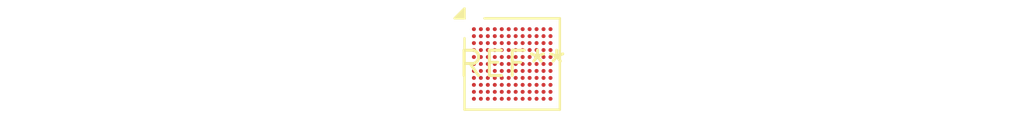
<source format=kicad_pcb>
(kicad_pcb (version 20240108) (generator pcbnew)
  (layers (0 "F.Cu" signal) (31 "B.Cu" signal) (34 "B.Paste" user) (35 "F.Paste" user) (36 "B.SilkS" user "B.Silkscreen") (37 "F.SilkS" user "F.Silkscreen") (38 "B.Mask" user) (39 "F.Mask" user) (44 "Edge.Cuts" user))
  (net 0 "")
  (footprint "ST_WLCSP-132_4.57x4.37mm_Layout12x11_P0.35mm" (layer "F.Cu") (at 0 0)
    (property "Reference" "REF**")
    (property "Value" "ST_WLCSP-132_4.57x4.37mm_Layout12x11_P0.35mm")
    (fp_line (start -2.395 2.295) (end -2.395 -1.295) (layer "F.SilkS") (stroke (width 0.12)))
    (fp_line (start -1.395 -2.295) (end 2.395 -2.295) (layer "F.SilkS") (stroke (width 0.12)))
    (fp_line (start 2.395 -2.295) (end 2.395 2.295) (layer "F.SilkS") (stroke (width 0.12)))
    (fp_line (start 2.395 2.295) (end -2.395 2.295) (layer "F.SilkS") (stroke (width 0.12)))
    (fp_poly (pts (xy -2.395 -2.295) (xy -2.895 -2.295) (xy -2.395 -2.795) (xy -2.395 -2.295)) (layer "F.SilkS") (stroke (width 0.12)) (fill solid))
    (pad "A1" smd circle (at -1.925 -1.75) (size 0.2 0.2) (property pad_prop_bga) (layers "F.Cu" "F.Paste" "F.Mask"))
    (pad "A2" smd circle (at -1.575 -1.75) (size 0.2 0.2) (property pad_prop_bga) (layers "F.Cu" "F.Paste" "F.Mask"))
    (pad "A3" smd circle (at -1.225 -1.75) (size 0.2 0.2) (property pad_prop_bga) (layers "F.Cu" "F.Paste" "F.Mask"))
    (pad "A4" smd circle (at -0.875 -1.75) (size 0.2 0.2) (property pad_prop_bga) (layers "F.Cu" "F.Paste" "F.Mask"))
    (pad "A5" smd circle (at -0.525 -1.75) (size 0.2 0.2) (property pad_prop_bga) (layers "F.Cu" "F.Paste" "F.Mask"))
    (pad "A6" smd circle (at -0.175 -1.75) (size 0.2 0.2) (property pad_prop_bga) (layers "F.Cu" "F.Paste" "F.Mask"))
    (pad "A7" smd circle (at 0.175 -1.75) (size 0.2 0.2) (property pad_prop_bga) (layers "F.Cu" "F.Paste" "F.Mask"))
    (pad "A8" smd circle (at 0.525 -1.75) (size 0.2 0.2) (property pad_prop_bga) (layers "F.Cu" "F.Paste" "F.Mask"))
    (pad "A9" smd circle (at 0.875 -1.75) (size 0.2 0.2) (property pad_prop_bga) (layers "F.Cu" "F.Paste" "F.Mask"))
    (pad "A10" smd circle (at 1.225 -1.75) (size 0.2 0.2) (property pad_prop_bga) (layers "F.Cu" "F.Paste" "F.Mask"))
    (pad "A11" smd circle (at 1.575 -1.75) (size 0.2 0.2) (property pad_prop_bga) (layers "F.Cu" "F.Paste" "F.Mask"))
    (pad "A12" smd circle (at 1.925 -1.75) (size 0.2 0.2) (property pad_prop_bga) (layers "F.Cu" "F.Paste" "F.Mask"))
    (pad "B1" smd circle (at -1.925 -1.4) (size 0.2 0.2) (property pad_prop_bga) (layers "F.Cu" "F.Paste" "F.Mask"))
    (pad "B2" smd circle (at -1.575 -1.4) (size 0.2 0.2) (property pad_prop_bga) (layers "F.Cu" "F.Paste" "F.Mask"))
    (pad "B3" smd circle (at -1.225 -1.4) (size 0.2 0.2) (property pad_prop_bga) (layers "F.Cu" "F.Paste" "F.Mask"))
    (pad "B4" smd circle (at -0.875 -1.4) (size 0.2 0.2) (property pad_prop_bga) (layers "F.Cu" "F.Paste" "F.Mask"))
    (pad "B5" smd circle (at -0.525 -1.4) (size 0.2 0.2) (property pad_prop_bga) (layers "F.Cu" "F.Paste" "F.Mask"))
    (pad "B6" smd circle (at -0.175 -1.4) (size 0.2 0.2) (property pad_prop_bga) (layers "F.Cu" "F.Paste" "F.Mask"))
    (pad "B7" smd circle (at 0.175 -1.4) (size 0.2 0.2) (property pad_prop_bga) (layers "F.Cu" "F.Paste" "F.Mask"))
    (pad "B8" smd circle (at 0.525 -1.4) (size 0.2 0.2) (property pad_prop_bga) (layers "F.Cu" "F.Paste" "F.Mask"))
    (pad "B9" smd circle (at 0.875 -1.4) (size 0.2 0.2) (property pad_prop_bga) (layers "F.Cu" "F.Paste" "F.Mask"))
    (pad "B10" smd circle (at 1.225 -1.4) (size 0.2 0.2) (property pad_prop_bga) (layers "F.Cu" "F.Paste" "F.Mask"))
    (pad "B11" smd circle (at 1.575 -1.4) (size 0.2 0.2) (property pad_prop_bga) (layers "F.Cu" "F.Paste" "F.Mask"))
    (pad "B12" smd circle (at 1.925 -1.4) (size 0.2 0.2) (property pad_prop_bga) (layers "F.Cu" "F.Paste" "F.Mask"))
    (pad "C1" smd circle (at -1.925 -1.05) (size 0.2 0.2) (property pad_prop_bga) (layers "F.Cu" "F.Paste" "F.Mask"))
    (pad "C2" smd circle (at -1.575 -1.05) (size 0.2 0.2) (property pad_prop_bga) (layers "F.Cu" "F.Paste" "F.Mask"))
    (pad "C3" smd circle (at -1.225 -1.05) (size 0.2 0.2) (property pad_prop_bga) (layers "F.Cu" "F.Paste" "F.Mask"))
    (pad "C4" smd circle (at -0.875 -1.05) (size 0.2 0.2) (property pad_prop_bga) (layers "F.Cu" "F.Paste" "F.Mask"))
    (pad "C5" smd circle (at -0.525 -1.05) (size 0.2 0.2) (property pad_prop_bga) (layers "F.Cu" "F.Paste" "F.Mask"))
    (pad "C6" smd circle (at -0.175 -1.05) (size 0.2 0.2) (property pad_prop_bga) (layers "F.Cu" "F.Paste" "F.Mask"))
    (pad "C7" smd circle (at 0.175 -1.05) (size 0.2 0.2) (property pad_prop_bga) (layers "F.Cu" "F.Paste" "F.Mask"))
    (pad "C8" smd circle (at 0.525 -1.05) (size 0.2 0.2) (property pad_prop_bga) (layers "F.Cu" "F.Paste" "F.Mask"))
    (pad "C9" smd circle (at 0.875 -1.05) (size 0.2 0.2) (property pad_prop_bga) (layers "F.Cu" "F.Paste" "F.Mask"))
    (pad "C10" smd circle (at 1.225 -1.05) (size 0.2 0.2) (property pad_prop_bga) (layers "F.Cu" "F.Paste" "F.Mask"))
    (pad "C11" smd circle (at 1.575 -1.05) (size 0.2 0.2) (property pad_prop_bga) (layers "F.Cu" "F.Paste" "F.Mask"))
    (pad "C12" smd circle (at 1.925 -1.05) (size 0.2 0.2) (property pad_prop_bga) (layers "F.Cu" "F.Paste" "F.Mask"))
    (pad "D1" smd circle (at -1.925 -0.7) (size 0.2 0.2) (property pad_prop_bga) (layers "F.Cu" "F.Paste" "F.Mask"))
    (pad "D2" smd circle (at -1.575 -0.7) (size 0.2 0.2) (property pad_prop_bga) (layers "F.Cu" "F.Paste" "F.Mask"))
    (pad "D3" smd circle (at -1.225 -0.7) (size 0.2 0.2) (property pad_prop_bga) (layers "F.Cu" "F.Paste" "F.Mask"))
    (pad "D4" smd circle (at -0.875 -0.7) (size 0.2 0.2) (property pad_prop_bga) (layers "F.Cu" "F.Paste" "F.Mask"))
    (pad "D5" smd circle (at -0.525 -0.7) (size 0.2 0.2) (property pad_prop_bga) (layers "F.Cu" "F.Paste" "F.Mask"))
    (pad "D6" smd circle (at -0.175 -0.7) (size 0.2 0.2) (property pad_prop_bga) (layers "F.Cu" "F.Paste" "F.Mask"))
    (pad "D7" smd circle (at 0.175 -0.7) (size 0.2 0.2) (property pad_prop_bga) (layers "F.Cu" "F.Paste" "F.Mask"))
    (pad "D8" smd circle (at 0.525 -0.7) (size 0.2 0.2) (property pad_prop_bga) (layers "F.Cu" "F.Paste" "F.Mask"))
    (pad "D9" smd circle (at 0.875 -0.7) (size 0.2 0.2) (property pad_prop_bga) (layers "F.Cu" "F.Paste" "F.Mask"))
    (pad "D10" smd circle (at 1.225 -0.7) (size 0.2 0.2) (property pad_prop_bga) (layers "F.Cu" "F.Paste" "F.Mask"))
    (pad "D11" smd circle (at 1.575 -0.7) (size 0.2 0.2) (property pad_prop_bga) (layers "F.Cu" "F.Paste" "F.Mask"))
    (pad "D12" smd circle (at 1.925 -0.7) (size 0.2 0.2) (property pad_prop_bga) (layers "F.Cu" "F.Paste" "F.Mask"))
    (pad "E1" smd circle (at -1.925 -0.35) (size 0.2 0.2) (property pad_prop_bga) (layers "F.Cu" "F.Paste" "F.Mask"))
    (pad "E2" smd circle (at -1.575 -0.35) (size 0.2 0.2) (property pad_prop_bga) (layers "F.Cu" "F.Paste" "F.Mask"))
    (pad "E3" smd circle (at -1.225 -0.35) (size 0.2 0.2) (property pad_prop_bga) (layers "F.Cu" "F.Paste" "F.Mask"))
    (pad "E4" smd circle (at -0.875 -0.35) (size 0.2 0.2) (property pad_prop_bga) (layers "F.Cu" "F.Paste" "F.Mask"))
    (pad "E5" smd circle (at -0.525 -0.35) (size 0.2 0.2) (property pad_prop_bga) (layers "F.Cu" "F.Paste" "F.Mask"))
    (pad "E6" smd circle (at -0.175 -0.35) (size 0.2 0.2) (property pad_prop_bga) (layers "F.Cu" "F.Paste" "F.Mask"))
    (pad "E7" smd circle (at 0.175 -0.35) (size 0.2 0.2) (property pad_prop_bga) (layers "F.Cu" "F.Paste" "F.Mask"))
    (pad "E8" smd circle (at 0.525 -0.35) (size 0.2 0.2) (property pad_prop_bga) (layers "F.Cu" "F.Paste" "F.Mask"))
    (pad "E9" smd circle (at 0.875 -0.35) (size 0.2 0.2) (property pad_prop_bga) (layers "F.Cu" "F.Paste" "F.Mask"))
    (pad "E10" smd circle (at 1.225 -0.35) (size 0.2 0.2) (property pad_prop_bga) (layers "F.Cu" "F.Paste" "F.Mask"))
    (pad "E11" smd circle (at 1.575 -0.35) (size 0.2 0.2) (property pad_prop_bga) (layers "F.Cu" "F.Paste" "F.Mask"))
    (pad "E12" smd circle (at 1.925 -0.35) (size 0.2 0.2) (property pad_prop_bga) (layers "F.Cu" "F.Paste" "F.Mask"))
    (pad "F1" smd circle (at -1.925 0) (size 0.2 0.2) (property pad_prop_bga) (layers "F.Cu" "F.Paste" "F.Mask"))
    (pad "F2" smd circle (at -1.575 0) (size 0.2 0.2) (property pad_prop_bga) (layers "F.Cu" "F.Paste" "F.Mask"))
    (pad "F3" smd circle (at -1.225 0) (size 0.2 0.2) (property pad_prop_bga) (layers "F.Cu" "F.Paste" "F.Mask"))
    (pad "F4" smd circle (at -0.875 0) (size 0.2 0.2) (property pad_prop_bga) (layers "F.Cu" "F.Paste" "F.Mask"))
    (pad "F5" smd circle (at -0.525 0) (size 0.2 0.2) (property pad_prop_bga) (layers "F.Cu" "F.Paste" "F.Mask"))
    (pad "F6" smd circle (at -0.175 0) (size 0.2 0.2) (property pad_prop_bga) (layers "F.Cu" "F.Paste" "F.Mask"))
    (pad "F7" smd circle (at 0.175 0) (size 0.2 0.2) (property pad_prop_bga) (layers "F.Cu" "F.Paste" "F.Mask"))
    (pad "F8" smd circle (at 0.525 0) (size 0.2 0.2) (property pad_prop_bga) (layers "F.Cu" "F.Paste" "F.Mask"))
    (pad "F9" smd circle (at 0.875 0) (size 0.2 0.2) (property pad_prop_bga) (layers "F.Cu" "F.Paste" "F.Mask"))
    (pad "F10" smd circle (at 1.225 0) (size 0.2 0.2) (property pad_prop_bga) (layers "F.Cu" "F.Paste" "F.Mask"))
    (pad "F11" smd circle (at 1.575 0) (size 0.2 0.2) (property pad_prop_bga) (layers "F.Cu" "F.Paste" "F.Mask"))
    (pad "F12" smd circle (at 1.925 0) (size 0.2 0.2) (property pad_prop_bga) (layers "F.Cu" "F.Paste" "F.Mask"))
    (pad "G1" smd circle (at -1.925 0.35) (size 0.2 0.2) (property pad_prop_bga) (layers "F.Cu" "F.Paste" "F.Mask"))
    (pad "G2" smd circle (at -1.575 0.35) (size 0.2 0.2) (property pad_prop_bga) (layers "F.Cu" "F.Paste" "F.Mask"))
    (pad "G3" smd circle (at -1.225 0.35) (size 0.2 0.2) (property pad_prop_bga) (layers "F.Cu" "F.Paste" "F.Mask"))
    (pad "G4" smd circle (at -0.875 0.35) (size 0.2 0.2) (property pad_prop_bga) (layers "F.Cu" "F.Paste" "F.Mask"))
    (pad "G5" smd circle (at -0.525 0.35) (size 0.2 0.2) (property pad_prop_bga) (layers "F.Cu" "F.Paste" "F.Mask"))
    (pad "G6" smd circle (at -0.175 0.35) (size 0.2 0.2) (property pad_prop_bga) (layers "F.Cu" "F.Paste" "F.Mask"))
    (pad "G7" smd circle (at 0.175 0.35) (size 0.2 0.2) (property pad_prop_bga) (layers "F.Cu" "F.Paste" "F.Mask"))
    (pad "G8" smd circle (at 0.525 0.35) (size 0.2 0.2) (property pad_prop_bga) (layers "F.Cu" "F.Paste" "F.Mask"))
    (pad "G9" smd circle (at 0.875 0.35) (size 0.2 0.2) (property pad_prop_bga) (layers "F.Cu" "F.Paste" "F.Mask"))
    (pad "G10" smd circle (at 1.225 0.35) (size 0.2 0.2) (property pad_prop_bga) (layers "F.Cu" "F.Paste" "F.Mask"))
    (pad "G11" smd circle (at 1.575 0.35) (size 0.2 0.2) (property pad_prop_bga) (layers "F.Cu" "F.Paste" "F.Mask"))
    (pad "G12" smd circle (at 1.925 0.35) (size 0.2 0.2) (property pad_prop_bga) (layers "F.Cu" "F.Paste" "F.Mask"))
    (pad "H1" smd circle (at -1.925 0.7) (size 0.2 0.2) (property pad_prop_bga) (layers "F.Cu" "F.Paste" "F.Mask"))
    (pad "H2" smd circle (at -1.575 0.7) (size 0.2 0.2) (property pad_prop_bga) (layers "F.Cu" "F.Paste" "F.Mask"))
    (pad "H3" smd circle (at -1.225 0.7) (size 0.2 0.2) (property pad_prop_bga) (layers "F.Cu" "F.Paste" "F.Mask"))
    (pad "H4" smd circle (at -0.875 0.7) (size 0.2 0.2) (property pad_prop_bga) (layers "F.Cu" "F.Paste" "F.Mask"))
    (pad "H5" smd circle (at -0.525 0.7) (size 0.2 0.2) (property pad_prop_bga) (layers "F.Cu" "F.Paste" "F.Mask"))
    (pad "H6" smd circle (at -0.175 0.7) (size 0.2 0.2) (property pad_prop_bga) (layers "F.Cu" "F.Paste" "F.Mask"))
    (pad "H7" smd circle (at 0.175 0.7) (size 0.2 0.2) (property pad_prop_bga) (layers "F.Cu" "F.Paste" "F.Mask"))
    (pad "H8" smd circle (at 0.525 0.7) (size 0.2 0.2) (property pad_prop_bga) (layers "F.Cu" "F.Paste" "F.Mask"))
    (pad "H9" smd circle (at 0.875 0.7) (size 0.2 0.2) (property pad_prop_bga) (layers "F.Cu" "F.Paste" "F.Mask"))
    (pad "H10" smd circle (at 1.225 0.7) (size 0.2 0.2) (property pad_prop_bga) (layers "F.Cu" "F.Paste" "F.Mask"))
    (pad "H11" smd circle (at 1.575 0.7) (size 0.2 0.2) (property pad_prop_bga) (layers "F.Cu" "F.Paste" "F.Mask"))
    (pad "H12" smd circle (at 1.925 0.7) (size 0.2 0.2) (property pad_prop_bga) (layers "F.Cu" "F.Paste" "F.Mask"))
    (pad "J1" smd circle (at -1.925 1.05) (size 0.2 0.2) (property pad_prop_bga) (layers "F.Cu" "F.Paste" "F.Mask"))
    (pad "J2" smd circle (at -1.575 1.05) (size 0.2 0.2) (property pad_prop_bga) (layers "F.Cu" "F.Paste" "F.Mask"))
    (pad "J3" smd circle (at -1.225 1.05) (size 0.2 0.2) (property pad_prop_bga) (layers "F.Cu" "F.Paste" "F.Mask"))
    (pad "J4" smd circle (at -0.875 1.05) (size 0.2 0.2) (property pad_prop_bga) (layers "F.Cu" "F.Paste" "F.Mask"))
    (pad "J5" smd circle (at -0.525 1.05) (size 0.2 0.2) (property pad_prop_bga) (layers "F.Cu" "F.Paste" "F.Mask"))
    (pad "J6" smd circle (at -0.175 1.05) (size 0.2 0.2) (property pad_prop_bga) (layers "F.Cu" "F.Paste" "F.Mask"))
    (pad "J7" smd circle (at 0.175 1.05) (size 0.2 0.2) (property pad_prop_bga) (layers "F.Cu" "F.Paste" "F.Mask"))
    (pad "J8" smd circle (at 0.525 1.05) (size 0.2 0.2) (property pad_prop_bga) (layers "F.Cu" "F.Paste" "F.Mask"))
    (pad "J9" smd circle (at 0.875 1.05) (size 0.2 0.2) (property pad_prop_bga) (layers "F.Cu" "F.Paste" "F.Mask"))
    (pad "J10" smd circle (at 1.225 1.05) (size 0.2 0.2) (property pad_prop_bga) (layers "F.Cu" "F.Paste" "F.Mask"))
    (pad "J11" smd circle (at 1.575 1.05) (size 0.2 0.2) (property pad_prop_bga) (layers "F.Cu" "F.Paste" "F.Mask"))
    (pad "J12" smd circle (at 1.925 1.05) (size 0.2 0.2) (property pad_prop_bga) (layers "F.Cu" "F.Paste" "F.Mask"))
    (pad "K1" smd circle (at -1.925 1.4) (size 0.2 0.2) (property pad_prop_bga) (layers "F.Cu" "F.Paste" "F.Mask"))
    (pad "K2" smd circle (at -1.575 1.4) (size 0.2 0.2) (property pad_prop_bga) (layers "F.Cu" "F.Paste" "F.Mask"))
    (pad "K3" smd circle (at -1.225 1.4) (size 0.2 0.2) (property pad_prop_bga) (layers "F.Cu" "F.Paste" "F.Mask"))
    (pad "K4" smd circle (at -0.875 1.4) (size 0.2 0.2) (property pad_prop_bga) (layers "F.Cu" "F.Paste" "F.Mask"))
    (pad "K5" smd circle (at -0.525 1.4) (size 0.2 0.2) (property pad_prop_bga) (layers "F.Cu" "F.Paste" "F.Mask"))
    (pad "K6" smd circle (at -0.175 1.4) (size 0.2 0.2) (property pad_prop_bga) (layers "F.Cu" "F.Paste" "F.Mask"))
    (pad "K7" smd circle (at 0.175 1.4) (size 0.2 0.2) (property pad_prop_bga) (layers "F.Cu" "F.Paste" "F.Mask"))
    (pad "K8" smd circle (at 0.525 1.4) (size 0.2 0.2) (property pad_prop_bga) (layers "F.Cu" "F.Paste" "F.Mask"))
    (pad "K9" smd circle (at 0.875 1.4) (size 0.2 0.2) (property pad_prop_bga) (layers "F.Cu" "F.Paste" "F.Mask"))
    (pad "K10" smd circle (at 1.225 1.4) (size 0.2 0.2) (property pad_prop_bga) (layers "F.Cu" "F.Paste" "F.Mask"))
    (pad "K11" smd circle (at 1.575 1.4) (size 0.2 0.2) (property pad_prop_bga) (layers "F.Cu" "F.Paste" "F.Mask"))
    (pad "K12" smd circle (at 1.925 1.4) (size 0.2 0.2) (property pad_prop_bga) (layers "F.Cu" "F.Paste" "F.Mask"))
    (pad "L1" smd circle (at -1.925 1.75) (size 0.2 0.2) (property pad_prop_bga) (layers "F.Cu" "F.Paste" "F.Mask"))
    (pad "L2" smd circle (at -1.575 1.75) (size 0.2 0.2) (property pad_prop_bga) (layers "F.Cu" "F.Paste" "F.Mask"))
    (pad "L3" smd circle (at -1.225 1.75) (size 0.2 0.2) (property pad_prop_bga) (layers "F.Cu" "F.Paste" "F.Mask"))
    (pad "L4" smd circle (at -0.875 1.75) (size 0.2 0.2) (property pad_prop_bga) (layers "F.Cu" "F.Paste" "F.Mask"))
    (pad "L5" smd circle (at -0.525 1.75) (size 0.2 0.2) (property pad_prop_bga) (layers "F.Cu" "F.Paste" "F.Mask"))
    (pad "L6" smd circle (at -0.175 1.75) (size 0.2 0.2) (property pad_prop_bga) (layers "F.Cu" "F.Paste" "F.Mask"))
    (pad "L7" smd circle (at 0.175 1.75) (size 0.2 0.2) (property pad_prop_bga) (layers "F.Cu" "F.Paste" "F.Mask"))
    (pad "L8" smd circle (at 0.525 1.75) (size 0.2 0.2) (property pad_prop_bga) (layers "F.Cu" "F.Paste" "F.Mask"))
    (pad "L9" smd circle (at 0.875 1.75) (size 0.2 0.2) (property pad_prop_bga) (layers "F.Cu" "F.Paste" "F.Mask"))
    (pad "L10" smd circle (at 1.225 1.75) (size 0.2 0.2) (property pad_prop_bga) (layers "F.Cu" "F.Paste" "F.Mask"))
    (pad "L11" smd circle (at 1.575 1.75) (size 0.2 0.2) (property pad_prop_bga) (layers "F.Cu" "F.Paste" "F.Mask"))
    (pad "L12" smd circle (at 1.925 1.75) (size 0.2 0.2) (property pad_prop_bga) (layers "F.Cu" "F.Paste" "F.Mask"))
  )
)
</source>
